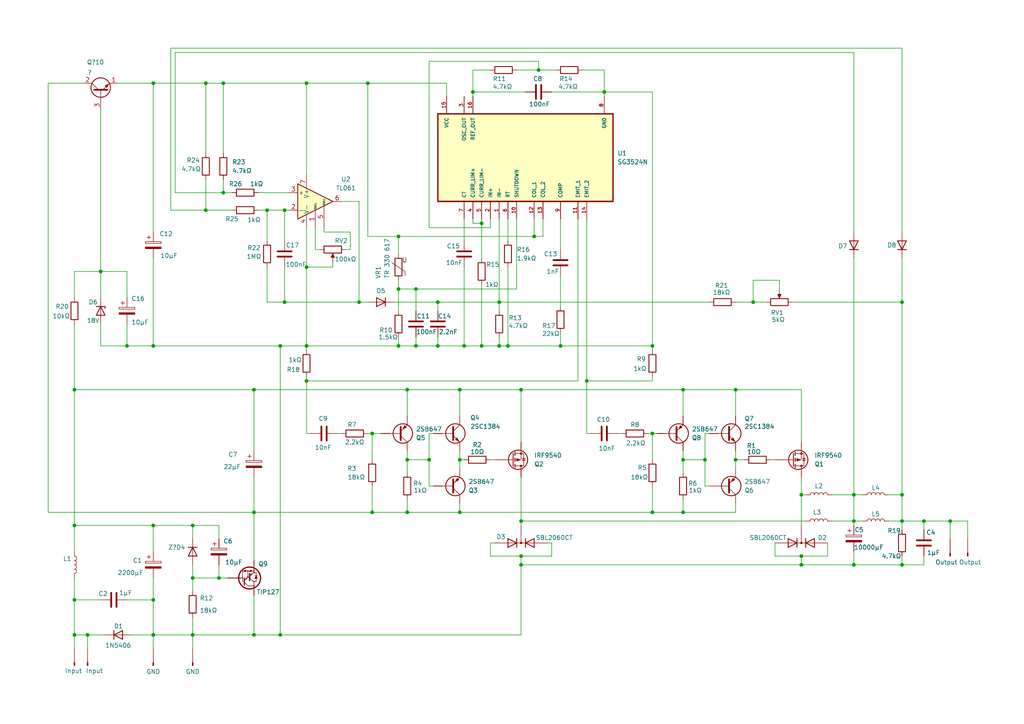
<source format=kicad_sch>
(kicad_sch (version 20250114) (generator "eeschema") (generator_version "9.0")
  (paper "A4")
  (title_block (title "CityCom City-EL DC/DC converter 80501HF") (date "2025-03-02") (rev "1") (company "Filip Zyzniewski"))
  (lib_symbols
    (symbol "Amplifier_Operational:TL061" (pin_names (offset 0.127))
      (property "Reference" "U" (at 0 6.35 0))
      (property "Value" "TL061" (at 0 3.81 0))
      (symbol "TL061_1_1"
        (pin input line (at -7.62 2.54 0) (length 2.54) (name "+") (number "3"))
        (pin input line (at -7.62 -2.54 0) (length 2.54) (name "-") (number "2"))
        (pin power_in line (at -2.54 7.62 270) (length 3.81) (name "V+") (number "7"))
        (pin power_in line (at -2.54 -7.62 90) (length 3.81) (name "V-") (number "4"))
        (pin no_connect line (at 0 2.54 270) (length 2.54) (hide yes) (name "NC") (number "8"))
        (pin input line (at 0 -7.62 90) (length 5.08) (name "NULL") (number "1"))
        (pin input line (at 2.54 -7.62 90) (length 6.35) (name "NULL") (number "5"))
        (pin output line (at 7.62 0 180) (length 2.54) (name "~") (number "6"))
      )
    )
    (symbol "BAV70_1" (pin_numbers (hide yes)) (pin_names (hide yes))
      (property "Reference" "D" (at 0.635 -2.54 0))
      (property "Value" "BAV70" (at 0 2.54 0))
      (symbol "BAV70_1_0_1"
        (pin passive line (at -7.62 0 0) (length 3.81) (name "A") (number "1"))
        (pin passive line (at 0 -5.08 90) (length 2.54) (name "K") (number "3"))
        (pin passive line (at 7.62 0 180) (length 3.81) (name "A") (number "2"))
      )
    )
    (symbol "Conn_01x01_Pin_1" (pin_numbers (hide yes)) (pin_names (offset 1.016) (hide yes))
      (property "Reference" "J" (at 0 2.54 0))
      (property "Value" "Conn_01x01_Pin" (at 0 -2.54 0))
      (symbol "Conn_01x01_Pin_1_1_1"
        (pin passive line (at 5.08 0 180) (length 3.81) (name "Pin_1") (number "1"))
      )
    )
    (symbol "Conn_01x01_Pin_2" (pin_numbers (hide yes)) (pin_names (offset 1.016) (hide yes))
      (property "Reference" "J" (at 0 2.54 0))
      (property "Value" "Conn_01x01_Pin" (at 0 -2.54 0))
      (symbol "Conn_01x01_Pin_2_1_1"
        (pin passive line (at 5.08 0 180) (length 3.81) (name "Pin_1") (number "1"))
      )
    )
    (symbol "Conn_01x01_Pin_3" (pin_numbers (hide yes)) (pin_names (offset 1.016) (hide yes))
      (property "Reference" "J" (at 0 2.54 0))
      (property "Value" "Conn_01x01_Pin" (at 0 -2.54 0))
      (symbol "Conn_01x01_Pin_3_1_1"
        (pin passive line (at 5.08 0 180) (length 3.81) (name "Pin_1") (number "1"))
      )
    )
    (symbol "Conn_01x01_Pin_4" (pin_numbers (hide yes)) (pin_names (offset 1.016) (hide yes))
      (property "Reference" "J" (at 0 2.54 0))
      (property "Value" "Conn_01x01_Pin" (at 0 -2.54 0))
      (symbol "Conn_01x01_Pin_4_1_1"
        (pin passive line (at 5.08 0 180) (length 3.81) (name "Pin_1") (number "1"))
      )
    )
    (symbol "Connector:Conn_01x01_Pin" (pin_numbers (hide yes)) (pin_names (offset 1.016) (hide yes))
      (property "Reference" "J" (at 0 2.54 0))
      (property "Value" "Conn_01x01_Pin" (at 0 -2.54 0))
      (symbol "Conn_01x01_Pin_1_1"
        (pin passive line (at 5.08 0 180) (length 3.81) (name "Pin_1") (number "1"))
      )
    )
    (symbol "Device:C" (pin_numbers (hide yes)) (pin_names (offset 0.254))
      (property "Reference" "C" (at 0.635 2.54 0))
      (property "Value" "C" (at 0.635 -2.54 0))
      (symbol "C_1_1"
        (pin passive line (at 0 3.81 270) (length 2.794) (name "~") (number "1"))
        (pin passive line (at 0 -3.81 90) (length 2.794) (name "~") (number "2"))
      )
    )
    (symbol "Device:C_Polarized" (pin_numbers (hide yes)) (pin_names (offset 0.254))
      (property "Reference" "C" (at 0.635 2.54 0))
      (property "Value" "C_Polarized" (at 0.635 -2.54 0))
      (symbol "C_Polarized_1_1"
        (pin passive line (at 0 3.81 270) (length 2.794) (name "~") (number "1"))
        (pin passive line (at 0 -3.81 90) (length 2.794) (name "~") (number "2"))
      )
    )
    (symbol "Device:D" (pin_numbers (hide yes)) (pin_names (offset 1.016) (hide yes))
      (property "Reference" "D" (at 0 2.54 0))
      (property "Value" "D" (at 0 -2.54 0))
      (symbol "D_1_1"
        (pin passive line (at -3.81 0 0) (length 2.54) (name "K") (number "1"))
        (pin passive line (at 3.81 0 180) (length 2.54) (name "A") (number "2"))
      )
    )
    (symbol "Device:L" (pin_numbers (hide yes)) (pin_names (offset 1.016) (hide yes))
      (property "Reference" "L" (at -1.27 0 90))
      (property "Value" "L" (at 1.905 0 90))
      (symbol "L_1_1"
        (pin passive line (at 0 3.81 270) (length 1.27) (name "1") (number "1"))
        (pin passive line (at 0 -3.81 90) (length 1.27) (name "2") (number "2"))
      )
    )
    (symbol "Device:R" (pin_numbers (hide yes)) (pin_names (offset 0))
      (property "Reference" "R" (at 2.032 0 90))
      (property "Value" "R" (at 0 0 90))
      (symbol "R_1_1"
        (pin passive line (at 0 3.81 270) (length 1.27) (name "~") (number "1"))
        (pin passive line (at 0 -3.81 90) (length 1.27) (name "~") (number "2"))
      )
    )
    (symbol "Device:R_Potentiometer" (pin_numbers (hide yes)) (pin_names (offset 1.016) (hide yes))
      (property "Reference" "RV" (at -4.445 0 90))
      (property "Value" "R_Potentiometer" (at -2.54 0 90))
      (symbol "R_Potentiometer_1_1"
        (pin passive line (at 0 3.81 270) (length 1.27) (name "1") (number "1"))
        (pin passive line (at 0 -3.81 90) (length 1.27) (name "3") (number "3"))
        (pin passive line (at 3.81 0 180) (length 1.27) (name "2") (number "2"))
      )
    )
    (symbol "Device:Varistor" (pin_numbers (hide yes)) (pin_names (offset 0))
      (property "Reference" "RV" (at 3.175 0 90))
      (property "Value" "Varistor" (at -3.175 0 90))
      (symbol "Varistor_0_0"
        (text "U" (at -1.778 -2.032 0) (effects (font (size 1.27 1.27))))
      )
      (symbol "Varistor_1_1"
        (pin passive line (at 0 3.81 270) (length 1.27) (name "~") (number "1"))
        (pin passive line (at 0 -3.81 90) (length 1.27) (name "~") (number "2"))
      )
    )
    (symbol "Diode:1N47xxA" (pin_numbers (hide yes)) (pin_names (hide yes))
      (property "Reference" "D" (at 0 2.54 0))
      (property "Value" "1N47xxA" (at 0 -2.54 0))
      (symbol "1N47xxA_1_1"
        (pin passive line (at -3.81 0 0) (length 2.54) (name "K") (number "1"))
        (pin passive line (at 3.81 0 180) (length 2.54) (name "A") (number "2"))
      )
    )
    (symbol "Diode:1N5406" (pin_numbers (hide yes)) (pin_names (hide yes))
      (property "Reference" "D" (at 0 2.54 0))
      (property "Value" "1N5406" (at 0 -2.54 0))
      (symbol "1N5406_1_1"
        (pin passive line (at -3.81 0 0) (length 2.54) (name "K") (number "1"))
        (pin passive line (at 3.81 0 180) (length 2.54) (name "A") (number "2"))
      )
    )
    (symbol "Diode:BAV70" (pin_numbers (hide yes)) (pin_names (hide yes))
      (property "Reference" "D" (at 0.635 -2.54 0))
      (property "Value" "BAV70" (at 0 2.54 0))
      (symbol "BAV70_0_1"
        (pin passive line (at -7.62 0 0) (length 3.81) (name "A") (number "1"))
        (pin passive line (at 0 -5.08 90) (length 2.54) (name "K") (number "3"))
        (pin passive line (at 7.62 0 180) (length 3.81) (name "A") (number "2"))
      )
    )
    (symbol "IRF9540N_1" (pin_numbers (hide yes)) (pin_names (hide yes))
      (property "Reference" "Q" (at 5.08 1.905 0))
      (property "Value" "IRF9540N" (at 5.08 0 0))
      (symbol "IRF9540N_1_1_1"
        (pin input line (at -5.08 0 0) (length 2.54) (name "G") (number "1"))
        (pin passive line (at 2.54 5.08 270) (length 2.54) (name "D") (number "2"))
        (pin passive line (at 2.54 -5.08 90) (length 2.54) (name "S") (number "3"))
      )
    )
    (symbol "R_Potentiometer_1" (pin_numbers (hide yes)) (pin_names (offset 1.016) (hide yes))
      (property "Reference" "RV" (at -4.445 0 90))
      (property "Value" "R_Potentiometer" (at -2.54 0 90))
      (symbol "R_Potentiometer_1_1_1"
        (pin passive line (at 0 3.81 270) (length 1.27) (name "1") (number "1"))
        (pin passive line (at 0 -3.81 90) (length 1.27) (name "3") (number "3"))
        (pin passive line (at 3.81 0 180) (length 1.27) (name "2") (number "2"))
      )
    )
    (symbol "SG3524N:SG3524N" (pin_names (offset 1.016))
      (property "Reference" "U" (at -12.7 26.4 0))
      (property "Value" "SG3524N" (at -12.7 -29.4 0))
      (symbol "SG3524N_0_0"
        (pin input line (at -17.78 17.78 0) (length 5.08) (name "CT") (number "7"))
        (pin input line (at -17.78 15.24 0) (length 5.08) (name "CURR_LIM+") (number "4"))
        (pin input line (at -17.78 12.7 0) (length 5.08) (name "CURR_LIM-") (number "5"))
        (pin input line (at -17.78 10.16 0) (length 5.08) (name "IN+") (number "2"))
        (pin input line (at -17.78 7.62 0) (length 5.08) (name "IN-") (number "1"))
        (pin input line (at -17.78 5.08 0) (length 5.08) (name "RT") (number "6"))
        (pin input line (at -17.78 2.54 0) (length 5.08) (name "SHUTDOWN") (number "10"))
        (pin bidirectional line (at -17.78 -2.54 0) (length 5.08) (name "COL_1") (number "12"))
        (pin bidirectional line (at -17.78 -5.08 0) (length 5.08) (name "COL_2") (number "13"))
        (pin bidirectional line (at -17.78 -10.16 0) (length 5.08) (name "COMP") (number "9"))
        (pin bidirectional line (at -17.78 -15.24 0) (length 5.08) (name "EMIT_1") (number "11"))
        (pin bidirectional line (at -17.78 -17.78 0) (length 5.08) (name "EMIT_2") (number "14"))
        (pin power_in line (at 17.78 22.86 180) (length 5.08) (name "VCC") (number "15"))
        (pin output line (at 17.78 17.78 180) (length 5.08) (name "OSC_OUT") (number "3"))
        (pin output line (at 17.78 15.24 180) (length 5.08) (name "REF_OUT") (number "16"))
        (pin power_in line (at 17.78 -22.86 180) (length 5.08) (name "GND") (number "8"))
      )
    )
    (symbol "Transistor_BJT:2SA1015" (pin_numbers (hide yes)) (pin_names (offset 0) (hide yes))
      (property "Reference" "Q" (at 5.08 1.905 0))
      (property "Value" "2SA1015" (at 5.08 0 0))
      (symbol "2SA1015_1_1"
        (pin input line (at -5.08 0 0) (length 2.54) (name "B") (number "3"))
        (pin passive line (at 2.54 5.08 270) (length 2.54) (name "C") (number "2"))
        (pin passive line (at 2.54 -5.08 90) (length 2.54) (name "E") (number "1"))
      )
    )
    (symbol "Transistor_BJT:2SC1815" (pin_numbers (hide yes)) (pin_names (offset 0) (hide yes))
      (property "Reference" "Q" (at 5.08 1.905 0))
      (property "Value" "2SC1815" (at 5.08 0 0))
      (symbol "2SC1815_1_1"
        (pin input line (at -5.08 0 0) (length 2.54) (name "B") (number "3"))
        (pin passive line (at 2.54 5.08 270) (length 2.54) (name "C") (number "2"))
        (pin passive line (at 2.54 -5.08 90) (length 2.54) (name "E") (number "1"))
      )
    )
    (symbol "Transistor_BJT:BD135" (pin_names (offset 0) (hide yes))
      (property "Reference" "Q" (at 5.08 1.905 0))
      (property "Value" "BD135" (at 5.08 0 0))
      (symbol "BD135_1_1"
        (pin input line (at -5.08 0 0) (length 2.54) (name "B") (number "3"))
        (pin passive line (at 2.54 5.08 270) (length 2.54) (name "C") (number "2"))
        (pin passive line (at 2.54 -5.08 90) (length 2.54) (name "E") (number "1"))
      )
    )
    (symbol "Transistor_BJT:TIP127" (pin_numbers (hide yes)) (pin_names (offset 0) (hide yes))
      (property "Reference" "Q" (at 5.08 1.905 0))
      (property "Value" "TIP127" (at 5.08 0 0))
      (symbol "TIP127_1_1"
        (pin input line (at -5.08 0 0) (length 3.81) (name "B") (number "1"))
        (pin passive line (at 2.54 5.08 270) (length 2.667) (name "C") (number "2"))
        (pin passive line (at 2.54 -5.08 90) (length 2.54) (name "E") (number "3"))
      )
    )
    (symbol "Transistor_FET:IRF9540N" (pin_numbers (hide yes)) (pin_names (hide yes))
      (property "Reference" "Q" (at 5.08 1.905 0))
      (property "Value" "IRF9540N" (at 5.08 0 0))
      (symbol "IRF9540N_1_1"
        (pin input line (at -5.08 0 0) (length 2.54) (name "G") (number "1"))
        (pin passive line (at 2.54 5.08 270) (length 2.54) (name "D") (number "2"))
        (pin passive line (at 2.54 -5.08 90) (length 2.54) (name "S") (number "3"))
      )
    )
  )
  (junction (at 189.23 100.33))
  (junction (at 151.13 113.03))
  (junction (at 247.65 163.83))
  (junction (at 64.77 24.13))
  (junction (at 127 100.33))
  (junction (at 115.57 83.82))
  (junction (at 144.78 87.63))
  (junction (at 175.26 26.67))
  (junction (at 29.21 78.74))
  (junction (at 232.41 163.83))
  (junction (at 147.32 100.33))
  (junction (at 213.36 113.03))
  (junction (at 107.95 125.73))
  (junction (at 134.62 100.33))
  (junction (at 55.88 184.15))
  (junction (at 44.45 24.13))
  (junction (at 81.28 184.15))
  (junction (at 64.77 55.88))
  (junction (at 232.41 161.29))
  (junction (at 81.28 100.33))
  (junction (at 44.45 173.99))
  (junction (at 21.59 152.4))
  (junction (at 55.88 152.4))
  (junction (at 120.65 100.33))
  (junction (at 104.14 87.63))
  (junction (at 127 87.63))
  (junction (at 73.66 184.15))
  (junction (at 213.36 133.35))
  (junction (at 139.7 100.33))
  (junction (at 88.9 24.13))
  (junction (at 151.13 161.29))
  (junction (at 261.62 143.51))
  (junction (at 88.9 110.49))
  (junction (at 275.59 151.13))
  (junction (at 21.59 113.03))
  (junction (at 115.57 68.58))
  (junction (at 55.88 167.64))
  (junction (at 106.68 24.13))
  (junction (at 170.18 110.49))
  (junction (at 267.97 151.13))
  (junction (at 137.16 26.67))
  (junction (at 247.65 151.13))
  (junction (at 198.12 113.03))
  (junction (at 36.83 100.33))
  (junction (at 82.55 60.96))
  (junction (at 115.57 100.33))
  (junction (at 151.13 151.13))
  (junction (at 124.46 133.35))
  (junction (at 21.59 173.99))
  (junction (at 139.7 64.77))
  (junction (at 144.78 100.33))
  (junction (at 261.62 163.83))
  (junction (at 59.69 24.13))
  (junction (at 156.21 20.32))
  (junction (at 25.4 184.15))
  (junction (at 247.65 143.51))
  (junction (at 59.69 60.96))
  (junction (at 204.47 133.35))
  (junction (at 118.11 113.03))
  (junction (at 198.12 148.59))
  (junction (at 118.11 148.59))
  (junction (at 44.45 152.4))
  (junction (at 118.11 133.35))
  (junction (at 189.23 125.73))
  (junction (at 133.35 133.35))
  (junction (at 73.66 148.59))
  (junction (at 120.65 83.82))
  (junction (at 261.62 151.13))
  (junction (at 82.55 87.63))
  (junction (at 44.45 184.15))
  (junction (at 189.23 148.59))
  (junction (at 107.95 148.59))
  (junction (at 151.13 163.83))
  (junction (at 88.9 77.47))
  (junction (at 154.94 68.58))
  (junction (at 77.47 60.96))
  (junction (at 218.44 87.63))
  (junction (at 133.35 113.03))
  (junction (at 21.59 184.15))
  (junction (at 162.56 100.33))
  (junction (at 44.45 100.33))
  (junction (at 261.62 87.63))
  (junction (at 198.12 133.35))
  (junction (at 88.9 100.33))
  (junction (at 232.41 143.51))
  (junction (at 63.5 167.64))
  (junction (at 133.35 148.59))
  (junction (at 73.66 113.03))
  (wire (pts (xy 44.45 74.93) (xy 44.45 100.33)))
  (wire (pts (xy 229.87 87.63) (xy 261.62 87.63)))
  (wire (pts (xy 275.59 151.13) (xy 280.67 151.13)))
  (wire (pts (xy 134.62 133.35) (xy 133.35 133.35)))
  (wire (pts (xy 74.93 60.96) (xy 77.47 60.96)))
  (wire (pts (xy 127 87.63) (xy 144.78 87.63)))
  (wire (pts (xy 189.23 100.33) (xy 189.23 101.6)))
  (wire (pts (xy 25.4 184.15) (xy 25.4 187.96)))
  (wire (pts (xy 139.7 64.77) (xy 139.7 63.5)))
  (wire (pts (xy 261.62 87.63) (xy 261.62 74.93)))
  (wire (pts (xy 101.6 72.39) (xy 101.6 67.31)))
  (wire (pts (xy 55.88 163.83) (xy 55.88 167.64)))
  (wire (pts (xy 50.8 15.24) (xy 247.65 15.24)))
  (wire (pts (xy 73.66 138.43) (xy 73.66 148.59)))
  (wire (pts (xy 77.47 77.47) (xy 77.47 87.63)))
  (wire (pts (xy 151.13 151.13) (xy 233.68 151.13)))
  (wire (pts (xy 167.64 63.5) (xy 167.64 110.49)))
  (wire (pts (xy 144.78 63.5) (xy 144.78 87.63)))
  (wire (pts (xy 247.65 15.24) (xy 247.65 67.31)))
  (wire (pts (xy 64.77 24.13) (xy 64.77 44.45)))
  (wire (pts (xy 133.35 133.35) (xy 133.35 135.89)))
  (wire (pts (xy 55.88 184.15) (xy 73.66 184.15)))
  (wire (pts (xy 73.66 113.03) (xy 73.66 130.81)))
  (wire (pts (xy 120.65 97.79) (xy 120.65 100.33)))
  (wire (pts (xy 257.81 143.51) (xy 261.62 143.51)))
  (wire (pts (xy 29.21 31.75) (xy 29.21 78.74)))
  (wire (pts (xy 189.23 26.67) (xy 189.23 100.33)))
  (wire (pts (xy 88.9 24.13) (xy 106.68 24.13)))
  (wire (pts (xy 118.11 133.35) (xy 118.11 137.16)))
  (wire (pts (xy 213.36 113.03) (xy 232.41 113.03)))
  (wire (pts (xy 137.16 26.67) (xy 152.4 26.67)))
  (wire (pts (xy 232.41 152.4) (xy 232.41 143.51)))
  (wire (pts (xy 139.7 64.77) (xy 139.7 74.93)))
  (wire (pts (xy 170.18 110.49) (xy 170.18 125.73)))
  (wire (pts (xy 55.88 167.64) (xy 55.88 171.45)))
  (wire (pts (xy 81.28 100.33) (xy 88.9 100.33)))
  (wire (pts (xy 34.29 24.13) (xy 44.45 24.13)))
  (wire (pts (xy 232.41 138.43) (xy 232.41 143.51)))
  (wire (pts (xy 134.62 100.33) (xy 139.7 100.33)))
  (wire (pts (xy 171.45 125.73) (xy 170.18 125.73)))
  (wire (pts (xy 133.35 146.05) (xy 133.35 148.59)))
  (wire (pts (xy 261.62 151.13) (xy 261.62 153.67)))
  (wire (pts (xy 198.12 120.65) (xy 198.12 113.03)))
  (wire (pts (xy 247.65 143.51) (xy 250.19 143.51)))
  (wire (pts (xy 151.13 161.29) (xy 151.13 163.83)))
  (wire (pts (xy 38.1 184.15) (xy 44.45 184.15)))
  (wire (pts (xy 77.47 60.96) (xy 77.47 69.85)))
  (wire (pts (xy 21.59 167.64) (xy 21.59 173.99)))
  (wire (pts (xy 175.26 20.32) (xy 175.26 26.67)))
  (wire (pts (xy 73.66 113.03) (xy 118.11 113.03)))
  (wire (pts (xy 267.97 151.13) (xy 275.59 151.13)))
  (wire (pts (xy 162.56 96.52) (xy 162.56 100.33)))
  (wire (pts (xy 44.45 184.15) (xy 55.88 184.15)))
  (wire (pts (xy 198.12 133.35) (xy 198.12 137.16)))
  (wire (pts (xy 73.66 184.15) (xy 81.28 184.15)))
  (wire (pts (xy 36.83 173.99) (xy 44.45 173.99)))
  (wire (pts (xy 110.49 125.73) (xy 107.95 125.73)))
  (wire (pts (xy 107.95 140.97) (xy 107.95 148.59)))
  (wire (pts (xy 151.13 163.83) (xy 151.13 184.15)))
  (wire (pts (xy 189.23 148.59) (xy 198.12 148.59)))
  (wire (pts (xy 215.9 133.35) (xy 213.36 133.35)))
  (wire (pts (xy 36.83 93.98) (xy 36.83 100.33)))
  (wire (pts (xy 63.5 167.64) (xy 63.5 163.83)))
  (wire (pts (xy 90.17 125.73) (xy 88.9 125.73)))
  (wire (pts (xy 91.44 66.04) (xy 91.44 72.39)))
  (wire (pts (xy 49.53 60.96) (xy 59.69 60.96)))
  (wire (pts (xy 29.21 78.74) (xy 29.21 86.36)))
  (wire (pts (xy 151.13 161.29) (xy 160.02 161.29)))
  (wire (pts (xy 21.59 113.03) (xy 73.66 113.03)))
  (wire (pts (xy 134.62 63.5) (xy 134.62 69.85)))
  (wire (pts (xy 151.13 138.43) (xy 151.13 151.13)))
  (wire (pts (xy 29.21 100.33) (xy 36.83 100.33)))
  (wire (pts (xy 142.24 66.04) (xy 142.24 63.5)))
  (wire (pts (xy 29.21 78.74) (xy 21.59 78.74)))
  (wire (pts (xy 88.9 77.47) (xy 88.9 66.04)))
  (wire (pts (xy 100.33 72.39) (xy 101.6 72.39)))
  (wire (pts (xy 247.65 151.13) (xy 250.19 151.13)))
  (wire (pts (xy 118.11 113.03) (xy 133.35 113.03)))
  (wire (pts (xy 88.9 24.13) (xy 88.9 50.8)))
  (wire (pts (xy 81.28 100.33) (xy 81.28 184.15)))
  (wire (pts (xy 151.13 151.13) (xy 151.13 152.4)))
  (wire (pts (xy 82.55 60.96) (xy 82.55 69.85)))
  (wire (pts (xy 99.06 58.42) (xy 104.14 58.42)))
  (wire (pts (xy 240.03 161.29) (xy 240.03 157.48)))
  (wire (pts (xy 101.6 67.31) (xy 93.98 67.31)))
  (wire (pts (xy 189.23 125.73) (xy 189.23 133.35)))
  (wire (pts (xy 88.9 109.22) (xy 88.9 110.49)))
  (wire (pts (xy 107.95 148.59) (xy 118.11 148.59)))
  (wire (pts (xy 59.69 24.13) (xy 59.69 44.45)))
  (wire (pts (xy 149.86 63.5) (xy 149.86 83.82)))
  (wire (pts (xy 127 97.79) (xy 127 100.33)))
  (wire (pts (xy 55.88 179.07) (xy 55.88 184.15)))
  (wire (pts (xy 241.3 143.51) (xy 247.65 143.51)))
  (wire (pts (xy 107.95 125.73) (xy 107.95 133.35)))
  (wire (pts (xy 13.97 24.13) (xy 13.97 148.59)))
  (wire (pts (xy 64.77 52.07) (xy 64.77 55.88)))
  (wire (pts (xy 115.57 97.79) (xy 115.57 100.33)))
  (wire (pts (xy 88.9 110.49) (xy 88.9 125.73)))
  (wire (pts (xy 21.59 93.98) (xy 21.59 113.03)))
  (wire (pts (xy 144.78 100.33) (xy 147.32 100.33)))
  (wire (pts (xy 162.56 80.01) (xy 162.56 88.9)))
  (wire (pts (xy 59.69 52.07) (xy 59.69 60.96)))
  (wire (pts (xy 267.97 163.83) (xy 267.97 161.29)))
  (wire (pts (xy 59.69 60.96) (xy 67.31 60.96)))
  (wire (pts (xy 13.97 24.13) (xy 24.13 24.13)))
  (wire (pts (xy 73.66 148.59) (xy 107.95 148.59)))
  (wire (pts (xy 149.86 20.32) (xy 156.21 20.32)))
  (wire (pts (xy 55.88 152.4) (xy 63.5 152.4)))
  (wire (pts (xy 125.73 140.97) (xy 124.46 140.97)))
  (wire (pts (xy 21.59 113.03) (xy 21.59 152.4)))
  (wire (pts (xy 82.55 77.47) (xy 82.55 87.63)))
  (wire (pts (xy 55.88 167.64) (xy 63.5 167.64)))
  (wire (pts (xy 224.79 157.48) (xy 224.79 161.29)))
  (wire (pts (xy 44.45 167.64) (xy 44.45 173.99)))
  (wire (pts (xy 106.68 125.73) (xy 107.95 125.73)))
  (wire (pts (xy 21.59 78.74) (xy 21.59 86.36)))
  (wire (pts (xy 137.16 63.5) (xy 137.16 64.77)))
  (wire (pts (xy 170.18 63.5) (xy 170.18 110.49)))
  (wire (pts (xy 124.46 125.73) (xy 124.46 133.35)))
  (wire (pts (xy 118.11 144.78) (xy 118.11 148.59)))
  (wire (pts (xy 147.32 63.5) (xy 147.32 69.85)))
  (wire (pts (xy 157.48 63.5) (xy 157.48 68.58)))
  (wire (pts (xy 154.94 63.5) (xy 154.94 68.58)))
  (wire (pts (xy 179.07 125.73) (xy 180.34 125.73)))
  (wire (pts (xy 44.45 152.4) (xy 44.45 160.02)))
  (wire (pts (xy 257.81 151.13) (xy 261.62 151.13)))
  (wire (pts (xy 142.24 133.35) (xy 143.51 133.35)))
  (wire (pts (xy 36.83 100.33) (xy 44.45 100.33)))
  (wire (pts (xy 88.9 100.33) (xy 115.57 100.33)))
  (wire (pts (xy 175.26 26.67) (xy 189.23 26.67)))
  (wire (pts (xy 218.44 87.63) (xy 222.25 87.63)))
  (wire (pts (xy 213.36 146.05) (xy 213.36 148.59)))
  (wire (pts (xy 261.62 143.51) (xy 261.62 151.13)))
  (wire (pts (xy 151.13 113.03) (xy 198.12 113.03)))
  (wire (pts (xy 13.97 148.59) (xy 73.66 148.59)))
  (wire (pts (xy 142.24 20.32) (xy 137.16 20.32)))
  (wire (pts (xy 134.62 77.47) (xy 134.62 100.33)))
  (wire (pts (xy 73.66 148.59) (xy 73.66 162.56)))
  (wire (pts (xy 115.57 100.33) (xy 120.65 100.33)))
  (wire (pts (xy 204.47 133.35) (xy 204.47 140.97)))
  (wire (pts (xy 189.23 110.49) (xy 189.23 109.22)))
  (wire (pts (xy 49.53 13.97) (xy 49.53 60.96)))
  (wire (pts (xy 115.57 68.58) (xy 115.57 73.66)))
  (wire (pts (xy 63.5 152.4) (xy 63.5 156.21)))
  (wire (pts (xy 226.06 81.28) (xy 226.06 83.82)))
  (wire (pts (xy 156.21 20.32) (xy 161.29 20.32)))
  (wire (pts (xy 137.16 27.94) (xy 137.16 26.67)))
  (wire (pts (xy 96.52 76.2) (xy 96.52 77.47)))
  (wire (pts (xy 160.02 26.67) (xy 175.26 26.67)))
  (wire (pts (xy 36.83 86.36) (xy 36.83 78.74)))
  (wire (pts (xy 168.91 20.32) (xy 175.26 20.32)))
  (wire (pts (xy 21.59 152.4) (xy 21.59 160.02)))
  (wire (pts (xy 218.44 81.28) (xy 218.44 87.63)))
  (wire (pts (xy 120.65 83.82) (xy 120.65 90.17)))
  (wire (pts (xy 118.11 148.59) (xy 133.35 148.59)))
  (wire (pts (xy 81.28 184.15) (xy 151.13 184.15)))
  (wire (pts (xy 151.13 163.83) (xy 232.41 163.83)))
  (wire (pts (xy 261.62 13.97) (xy 261.62 67.31)))
  (wire (pts (xy 204.47 125.73) (xy 205.74 125.73)))
  (wire (pts (xy 55.88 152.4) (xy 55.88 156.21)))
  (wire (pts (xy 142.24 161.29) (xy 151.13 161.29)))
  (wire (pts (xy 44.45 184.15) (xy 44.45 187.96)))
  (wire (pts (xy 133.35 113.03) (xy 151.13 113.03)))
  (wire (pts (xy 224.79 133.35) (xy 223.52 133.35)))
  (wire (pts (xy 261.62 163.83) (xy 261.62 161.29)))
  (wire (pts (xy 137.16 20.32) (xy 137.16 26.67)))
  (wire (pts (xy 106.68 24.13) (xy 129.54 24.13)))
  (wire (pts (xy 247.65 143.51) (xy 247.65 151.13)))
  (wire (pts (xy 74.93 55.88) (xy 83.82 55.88)))
  (wire (pts (xy 144.78 97.79) (xy 144.78 100.33)))
  (wire (pts (xy 106.68 24.13) (xy 106.68 68.58)))
  (wire (pts (xy 21.59 173.99) (xy 29.21 173.99)))
  (wire (pts (xy 104.14 87.63) (xy 82.55 87.63)))
  (wire (pts (xy 115.57 81.28) (xy 115.57 83.82)))
  (wire (pts (xy 147.32 100.33) (xy 162.56 100.33)))
  (wire (pts (xy 261.62 87.63) (xy 261.62 143.51)))
  (wire (pts (xy 232.41 161.29) (xy 232.41 163.83)))
  (wire (pts (xy 232.41 128.27) (xy 232.41 113.03)))
  (wire (pts (xy 29.21 93.98) (xy 29.21 100.33)))
  (wire (pts (xy 156.21 17.78) (xy 124.46 17.78)))
  (wire (pts (xy 204.47 140.97) (xy 205.74 140.97)))
  (wire (pts (xy 232.41 163.83) (xy 247.65 163.83)))
  (wire (pts (xy 213.36 113.03) (xy 213.36 120.65)))
  (wire (pts (xy 224.79 161.29) (xy 232.41 161.29)))
  (wire (pts (xy 139.7 82.55) (xy 139.7 100.33)))
  (wire (pts (xy 97.79 125.73) (xy 99.06 125.73)))
  (wire (pts (xy 198.12 133.35) (xy 198.12 130.81)))
  (wire (pts (xy 120.65 83.82) (xy 149.86 83.82)))
  (wire (pts (xy 44.45 173.99) (xy 44.45 184.15)))
  (wire (pts (xy 160.02 157.48) (xy 158.75 157.48)))
  (wire (pts (xy 59.69 24.13) (xy 64.77 24.13)))
  (wire (pts (xy 162.56 100.33) (xy 189.23 100.33)))
  (wire (pts (xy 133.35 130.81) (xy 133.35 133.35)))
  (wire (pts (xy 267.97 151.13) (xy 267.97 153.67)))
  (wire (pts (xy 213.36 133.35) (xy 213.36 135.89)))
  (wire (pts (xy 77.47 87.63) (xy 82.55 87.63)))
  (wire (pts (xy 93.98 67.31) (xy 93.98 66.04)))
  (wire (pts (xy 213.36 87.63) (xy 218.44 87.63)))
  (wire (pts (xy 247.65 151.13) (xy 247.65 152.4)))
  (wire (pts (xy 151.13 113.03) (xy 151.13 128.27)))
  (wire (pts (xy 118.11 120.65) (xy 118.11 113.03)))
  (wire (pts (xy 154.94 68.58) (xy 115.57 68.58)))
  (wire (pts (xy 118.11 133.35) (xy 118.11 130.81)))
  (wire (pts (xy 175.26 27.94) (xy 175.26 26.67)))
  (wire (pts (xy 204.47 133.35) (xy 198.12 133.35)))
  (wire (pts (xy 124.46 133.35) (xy 124.46 140.97)))
  (wire (pts (xy 104.14 58.42) (xy 104.14 87.63)))
  (wire (pts (xy 275.59 151.13) (xy 275.59 156.21)))
  (wire (pts (xy 88.9 100.33) (xy 88.9 77.47)))
  (wire (pts (xy 160.02 161.29) (xy 160.02 157.48)))
  (wire (pts (xy 21.59 184.15) (xy 25.4 184.15)))
  (wire (pts (xy 55.88 184.15) (xy 55.88 187.96)))
  (wire (pts (xy 143.51 157.48) (xy 142.24 157.48)))
  (wire (pts (xy 115.57 83.82) (xy 115.57 90.17)))
  (wire (pts (xy 106.68 68.58) (xy 115.57 68.58)))
  (wire (pts (xy 64.77 55.88) (xy 67.31 55.88)))
  (wire (pts (xy 64.77 24.13) (xy 88.9 24.13)))
  (wire (pts (xy 247.65 74.93) (xy 247.65 143.51)))
  (wire (pts (xy 261.62 151.13) (xy 267.97 151.13)))
  (wire (pts (xy 261.62 163.83) (xy 267.97 163.83)))
  (wire (pts (xy 142.24 157.48) (xy 142.24 161.29)))
  (wire (pts (xy 21.59 173.99) (xy 21.59 184.15)))
  (wire (pts (xy 82.55 60.96) (xy 83.82 60.96)))
  (wire (pts (xy 129.54 24.13) (xy 129.54 27.94)))
  (wire (pts (xy 50.8 55.88) (xy 50.8 15.24)))
  (wire (pts (xy 247.65 160.02) (xy 247.65 163.83)))
  (wire (pts (xy 104.14 87.63) (xy 106.68 87.63)))
  (wire (pts (xy 170.18 110.49) (xy 189.23 110.49)))
  (wire (pts (xy 44.45 24.13) (xy 59.69 24.13)))
  (wire (pts (xy 25.4 184.15) (xy 30.48 184.15)))
  (wire (pts (xy 133.35 148.59) (xy 189.23 148.59)))
  (wire (pts (xy 232.41 143.51) (xy 233.68 143.51)))
  (wire (pts (xy 139.7 100.33) (xy 144.78 100.33)))
  (wire (pts (xy 147.32 77.47) (xy 147.32 100.33)))
  (wire (pts (xy 124.46 66.04) (xy 142.24 66.04)))
  (wire (pts (xy 133.35 113.03) (xy 133.35 120.65)))
  (wire (pts (xy 190.5 125.73) (xy 189.23 125.73)))
  (wire (pts (xy 21.59 184.15) (xy 21.59 187.96)))
  (wire (pts (xy 157.48 68.58) (xy 154.94 68.58)))
  (wire (pts (xy 88.9 100.33) (xy 88.9 101.6)))
  (wire (pts (xy 120.65 100.33) (xy 127 100.33)))
  (wire (pts (xy 127 87.63) (xy 127 90.17)))
  (wire (pts (xy 198.12 148.59) (xy 213.36 148.59)))
  (wire (pts (xy 88.9 110.49) (xy 167.64 110.49)))
  (wire (pts (xy 63.5 167.64) (xy 66.04 167.64)))
  (wire (pts (xy 21.59 152.4) (xy 44.45 152.4)))
  (wire (pts (xy 115.57 83.82) (xy 120.65 83.82)))
  (wire (pts (xy 198.12 144.78) (xy 198.12 148.59)))
  (wire (pts (xy 127 100.33) (xy 134.62 100.33)))
  (wire (pts (xy 162.56 63.5) (xy 162.56 72.39)))
  (wire (pts (xy 77.47 60.96) (xy 82.55 60.96)))
  (wire (pts (xy 226.06 81.28) (xy 218.44 81.28)))
  (wire (pts (xy 240.03 161.29) (xy 232.41 161.29)))
  (wire (pts (xy 187.96 125.73) (xy 189.23 125.73)))
  (wire (pts (xy 73.66 172.72) (xy 73.66 184.15)))
  (wire (pts (xy 280.67 156.21) (xy 280.67 151.13)))
  (wire (pts (xy 44.45 152.4) (xy 55.88 152.4)))
  (wire (pts (xy 144.78 87.63) (xy 144.78 90.17)))
  (wire (pts (xy 29.21 78.74) (xy 36.83 78.74)))
  (wire (pts (xy 247.65 163.83) (xy 261.62 163.83)))
  (wire (pts (xy 198.12 113.03) (xy 213.36 113.03)))
  (wire (pts (xy 88.9 77.47) (xy 96.52 77.47)))
  (wire (pts (xy 124.46 17.78) (xy 124.46 66.04)))
  (wire (pts (xy 44.45 24.13) (xy 44.45 67.31)))
  (wire (pts (xy 144.78 87.63) (xy 205.74 87.63)))
  (wire (pts (xy 91.44 72.39) (xy 92.71 72.39)))
  (wire (pts (xy 44.45 100.33) (xy 81.28 100.33)))
  (wire (pts (xy 156.21 20.32) (xy 156.21 17.78)))
  (wire (pts (xy 189.23 140.97) (xy 189.23 148.59)))
  (wire (pts (xy 204.47 125.73) (xy 204.47 133.35)))
  (wire (pts (xy 213.36 130.81) (xy 213.36 133.35)))
  (wire (pts (xy 49.53 13.97) (xy 261.62 13.97)))
  (wire (pts (xy 124.46 125.73) (xy 125.73 125.73)))
  (wire (pts (xy 114.3 87.63) (xy 127 87.63)))
  (wire (pts (xy 241.3 151.13) (xy 247.65 151.13)))
  (wire (pts (xy 124.46 133.35) (xy 118.11 133.35)))
  (wire (pts (xy 137.16 64.77) (xy 139.7 64.77)))
  (wire (pts (xy 64.77 55.88) (xy 50.8 55.88)))
  (symbol (lib_id "Device:R_Potentiometer") (at 226.06 87.63 90) (unit 1)
    (property "Reference" "RV1" (at 223.52 90.678 90) (effects (justify right)))
    (property "Value" "5kΩ" (at 223.774 92.71 90) (effects (justify right)))
    (property "Description" "Potentiometer" (effects (hide yes)))
  )
  (symbol (lib_id "Device:C_Polarized") (at 63.5 160.02 0) (unit 1)
    (property "Reference" "C6" (at 64.77 156.972 0) (effects (justify left)))
    (property "Value" "10µF" (at 65.278 163.068 0) (effects (justify left)))
    (property "Description" "Polarized capacitor" (effects (hide yes)))
  )
  (symbol (lib_id "Device:D") (at 247.65 71.12 90) (unit 1)
    (property "Reference" "D7" (at 243.078 71.374 90) (effects (justify right)))
    (property "Value" "D" (effects (hide yes)))
    (property "Description" "Diode" (effects (hide yes)))
    (property "Sim.Device" "D" (effects (hide yes)))
    (property "Sim.Pins" "1=K 2=A" (effects (hide yes)))
  )
  (symbol (lib_id "Device:L") (at 21.59 163.83 0) (unit 1)
    (property "Reference" "L1" (at 18.288 162.052 0) (effects (justify left)))
    (property "Value" "L" (effects (hide yes)))
    (property "Description" "Inductor" (effects (hide yes)))
  )
  (symbol (lib_id "Device:R") (at 115.57 93.98 0) (unit 1)
    (property "Reference" "R10" (at 109.982 95.758 0) (effects (justify left)))
    (property "Value" "1.5kΩ" (at 109.728 97.79 0) (effects (justify left)))
    (property "Description" "Resistor" (effects (hide yes)))
  )
  (symbol (lib_id "Transistor_BJT:2SA1015") (at 115.57 125.73 0) (mirror x) (unit 1)
    (property "Reference" "Q5" (at 120.65 127.0001 0) (effects (justify left)))
    (property "Value" "2SB647" (at 120.65 124.4601 0) (effects (justify left)))
    (property "Footprint" "Package_TO_SOT_THT:TO-92_Inline" (effects (hide yes)))
    (property "Datasheet" "http://www.datasheetcatalog.org/datasheet/toshiba/905.pdf" (effects (hide yes)))
    (property "Description" "-0.15A Ic, -50V Vce, Low Noise Audio PNP Transistor, TO-92" (effects (hide yes)))
  )
  (symbol (lib_id "Device:R") (at 198.12 140.97 0) (unit 1)
    (property "Reference" "R6" (at 200.914 140.208 0))
    (property "Value" "1kΩ" (at 201.676 142.24 0))
    (property "Description" "Resistor" (effects (hide yes)))
  )
  (symbol (lib_name "Conn_01x01_Pin_4") (lib_id "Connector:Conn_01x01_Pin") (at 280.67 161.29 90) (unit 1)
    (property "Reference" "J6" (effects (hide yes)))
    (property "Value" "Output" (at 278.13 163.068 90) (effects (justify right)))
    (property "Description" "Generic connector, single row, 01x01, script generated" (effects (hide yes)))
  )
  (symbol (lib_id "Device:R") (at 139.7 78.74 0) (unit 1)
    (property "Reference" "R15" (at 140.97 76.708 0) (effects (justify left)))
    (property "Value" "1kΩ" (at 140.716 82.55 0) (effects (justify left)))
    (property "Description" "Resistor" (effects (hide yes)))
  )
  (symbol (lib_id "Device:R") (at 71.12 60.96 270) (unit 1)
    (property "Reference" "R25" (at 67.31 63.5 90))
    (property "Value" "1kΩ" (at 73.66 63.754 90))
    (property "Description" "Resistor" (effects (hide yes)))
  )
  (symbol (lib_id "Device:R") (at 55.88 175.26 0) (unit 1)
    (property "Reference" "R12" (at 57.912 173.482 0) (effects (justify left)))
    (property "Value" "18kΩ" (at 57.912 177.038 0) (effects (justify left)))
    (property "Description" "Resistor" (effects (hide yes)))
  )
  (symbol (lib_id "Device:C_Polarized") (at 247.65 156.21 0) (unit 1)
    (property "Reference" "C5" (at 249.174 153.67 0))
    (property "Value" "10000µF" (at 251.968 158.75 0))
    (property "Description" "Polarized capacitor" (effects (hide yes)))
  )
  (symbol (lib_id "Device:R") (at 71.12 55.88 90) (unit 1)
    (property "Reference" "R26" (at 68.326 53.34 90))
    (property "Value" "1kΩ" (at 74.422 53.34 90))
    (property "Description" "Resistor" (effects (hide yes)))
  )
  (symbol (lib_id "Device:R") (at 261.62 157.48 180) (unit 1)
    (property "Reference" "R19" (at 259.334 153.924 0))
    (property "Value" "4.7kΩ" (at 258.572 161.29 0))
    (property "Description" "Resistor" (effects (hide yes)))
  )
  (symbol (lib_id "Device:R") (at 189.23 137.16 180) (unit 1)
    (property "Reference" "R5" (at 184.912 135.636 0) (effects (justify right)))
    (property "Value" "18kΩ" (at 182.88 138.43 0) (effects (justify right)))
    (property "Description" "Resistor" (effects (hide yes)))
  )
  (symbol (lib_name "Conn_01x01_Pin_3") (lib_id "Connector:Conn_01x01_Pin") (at 44.45 193.04 90) (unit 1)
    (property "Reference" "J4" (effects (hide yes)))
    (property "Value" "GND" (at 42.418 194.818 90) (effects (justify right)))
    (property "Description" "Generic connector, single row, 01x01, script generated" (effects (hide yes)))
  )
  (symbol (lib_id "Device:R") (at 209.55 87.63 90) (unit 1)
    (property "Reference" "R21" (at 209.296 82.804 90))
    (property "Value" "18kΩ" (at 209.296 84.836 90))
    (property "Description" "Resistor" (effects (hide yes)))
  )
  (symbol (lib_id "Device:R") (at 59.69 48.26 180) (unit 1)
    (property "Reference" "R24" (at 54.102 46.482 0) (effects (justify right)))
    (property "Value" "4.7kΩ" (at 52.578 49.022 0) (effects (justify right)))
    (property "Description" "Resistor" (effects (hide yes)))
  )
  (symbol (lib_name "BAV70_1") (lib_id "Diode:BAV70") (at 232.41 157.48 0) (mirror x) (unit 1)
    (property "Reference" "D2" (at 238.506 155.956 0))
    (property "Value" "SBL2060CT" (at 222.758 155.956 0))
    (property "Footprint" "Package_TO_SOT_SMD:SOT-23" (effects (hide yes)))
    (property "Datasheet" "https://assets.nexperia.com/documents/data-sheet/BAV70_SER.pdf" (effects (hide yes)))
    (property "Description" "Dual 100V 215mA high-speed switching diodes, common cathode, SOT-23" (effects (hide yes)))
  )
  (symbol (lib_id "Amplifier_Operational:TL061") (at 91.44 58.42 0) (unit 1)
    (property "Reference" "U2" (at 100.33 51.9998 0))
    (property "Value" "TL061" (at 100.33 54.5398 0))
    (property "Datasheet" "http://www.ti.com/lit/ds/symlink/tl061.pdf" (effects (hide yes)))
    (property "Description" "Single Low-Power JFET-Input Operational Amplifiers, DIP-8/SOIC-8" (effects (hide yes)))
  )
  (symbol (lib_id "Device:C") (at 120.65 93.98 180) (unit 1)
    (property "Reference" "C11" (at 124.714 91.694 0) (effects (justify left)))
    (property "Value" "100nF" (at 126.746 96.266 0) (effects (justify left)))
    (property "Description" "Unpolarized capacitor" (effects (hide yes)))
  )
  (symbol (lib_id "Transistor_BJT:2SA1015") (at 130.81 140.97 0) (mirror x) (unit 1)
    (property "Reference" "Q3" (at 135.89 142.2401 0) (effects (justify left)))
    (property "Value" "2SB647" (at 135.89 139.7001 0) (effects (justify left)))
    (property "Footprint" "Package_TO_SOT_THT:TO-92_Inline" (effects (hide yes)))
    (property "Datasheet" "http://www.datasheetcatalog.org/datasheet/toshiba/905.pdf" (effects (hide yes)))
    (property "Description" "-0.15A Ic, -50V Vce, Low Noise Audio PNP Transistor, TO-92" (effects (hide yes)))
  )
  (symbol (lib_id "Device:R") (at 102.87 125.73 270) (mirror x) (unit 1)
    (property "Reference" "R7" (at 102.108 123.19 90))
    (property "Value" "2.2kΩ" (at 102.87 128.27 90))
    (property "Description" "Resistor" (effects (hide yes)))
  )
  (symbol (lib_id "Device:R") (at 64.77 48.26 0) (unit 1)
    (property "Reference" "R23" (at 67.31 46.9899 0) (effects (justify left)))
    (property "Value" "4.7kΩ" (at 67.31 49.5299 0) (effects (justify left)))
    (property "Description" "Resistor" (effects (hide yes)))
  )
  (symbol (lib_id "Device:C_Polarized") (at 36.83 90.17 0) (unit 1)
    (property "Reference" "C16" (at 38.1 86.614 0) (effects (justify left)))
    (property "Value" "10µF" (at 38.1 93.472 0) (effects (justify left)))
    (property "Description" "Polarized capacitor" (effects (hide yes)))
  )
  (symbol (lib_id "Device:C_Polarized") (at 44.45 71.12 0) (unit 1)
    (property "Reference" "C12" (at 46.228 67.818 0) (effects (justify left)))
    (property "Value" "10µF" (at 46.482 74.168 0) (effects (justify left)))
    (property "Description" "Polarized capacitor" (effects (hide yes)))
  )
  (symbol (lib_id "Device:C") (at 175.26 125.73 270) (mirror x) (unit 1)
    (property "Reference" "C10" (at 175.006 121.666 90))
    (property "Value" "10nF" (at 176.022 130.048 90))
    (property "Description" "Unpolarized capacitor" (effects (hide yes)))
  )
  (symbol (lib_id "Transistor_BJT:2SA1015") (at 210.82 140.97 0) (mirror x) (unit 1)
    (property "Reference" "Q6" (at 215.9 142.2401 0) (effects (justify left)))
    (property "Value" "2SB647" (at 215.9 139.7001 0) (effects (justify left)))
    (property "Footprint" "Package_TO_SOT_THT:TO-92_Inline" (effects (hide yes)))
    (property "Datasheet" "http://www.datasheetcatalog.org/datasheet/toshiba/905.pdf" (effects (hide yes)))
    (property "Description" "-0.15A Ic, -50V Vce, Low Noise Audio PNP Transistor, TO-92" (effects (hide yes)))
  )
  (symbol (lib_id "Device:C_Polarized") (at 73.66 134.62 0) (unit 1)
    (property "Reference" "C7" (at 67.564 131.826 0))
    (property "Value" "22µF" (at 67.31 135.382 0))
    (property "Description" "Polarized capacitor" (effects (hide yes)))
  )
  (symbol (lib_id "Transistor_BJT:2SC1815") (at 130.81 125.73 0) (unit 1)
    (property "Reference" "Q4" (at 136.398 121.158 0) (effects (justify left)))
    (property "Value" "2SC1384" (at 136.398 123.698 0) (effects (justify left)))
    (property "Footprint" "Package_TO_SOT_THT:TO-92_Inline" (effects (hide yes)))
    (property "Datasheet" "https://media.digikey.com/pdf/Data%20Sheets/Toshiba%20PDFs/2SC1815.pdf" (effects (hide yes)))
    (property "Description" "0.15A Ic, 50V Vce, Low Noise Audio NPN Transistor, TO-92" (effects (hide yes)))
  )
  (symbol (lib_id "Diode:BAV70") (at 151.13 157.48 0) (mirror x) (unit 1)
    (property "Reference" "D3" (at 145.288 155.702 0))
    (property "Value" "SBL2060CT" (at 160.782 155.956 0))
    (property "Footprint" "Package_TO_SOT_SMD:SOT-23" (effects (hide yes)))
    (property "Datasheet" "https://assets.nexperia.com/documents/data-sheet/BAV70_SER.pdf" (effects (hide yes)))
    (property "Description" "Dual 100V 215mA high-speed switching diodes, common cathode, SOT-23" (effects (hide yes)))
  )
  (symbol (lib_id "Device:R") (at 138.43 133.35 270) (mirror x) (unit 1)
    (property "Reference" "R2" (at 138.43 129.032 90))
    (property "Value" "10Ω" (at 138.43 131.064 90))
    (property "Description" "Resistor" (effects (hide yes)))
  )
  (symbol (lib_id "Device:C") (at 82.55 73.66 180) (unit 1)
    (property "Reference" "C17" (at 84.836 71.12 0))
    (property "Value" "100nF" (at 85.852 76.708 0))
    (property "Description" "Unpolarized capacitor" (effects (hide yes)))
  )
  (symbol (lib_id "Device:L") (at 254 151.13 90) (unit 1)
    (property "Reference" "L5" (at 254 149.098 90))
    (property "Value" "L" (effects (hide yes)))
    (property "Description" "Inductor" (effects (hide yes)))
  )
  (symbol (lib_id "Device:R") (at 144.78 93.98 180) (unit 1)
    (property "Reference" "R13" (at 151.384 92.202 0) (effects (justify left)))
    (property "Value" "4.7kΩ" (at 153.162 94.488 0) (effects (justify left)))
    (property "Description" "Resistor" (effects (hide yes)))
  )
  (symbol (lib_name "R_Potentiometer_1") (lib_id "Device:R_Potentiometer") (at 96.52 72.39 270) (unit 1)
    (property "Reference" "RV2" (at 100.838 69.85 90) (effects (justify right)))
    (property "Value" "100kΩ" (at 103.378 75.184 90) (effects (justify right)))
    (property "Description" "Potentiometer" (effects (hide yes)))
  )
  (symbol (lib_id "Device:C") (at 127 93.98 0) (unit 1)
    (property "Reference" "C14" (at 127 91.694 0) (effects (justify left)))
    (property "Value" "2.2nF" (at 127.254 96.266 0) (effects (justify left)))
    (property "Description" "Unpolarized capacitor" (effects (hide yes)))
  )
  (symbol (lib_id "Device:C_Polarized") (at 44.45 163.83 0) (unit 1)
    (property "Reference" "C1" (at 39.878 162.56 0))
    (property "Value" "2200µF" (at 37.846 166.116 0))
    (property "Description" "Polarized capacitor" (effects (hide yes)))
  )
  (symbol (lib_id "Device:R") (at 77.47 73.66 180) (unit 1)
    (property "Reference" "R22" (at 73.66 71.882 0))
    (property "Value" "1MΩ" (at 73.66 74.422 0))
    (property "Description" "Resistor" (effects (hide yes)))
  )
  (symbol (lib_id "Device:R") (at 184.15 125.73 270) (mirror x) (unit 1)
    (property "Reference" "R8" (at 184.15 123.19 90))
    (property "Value" "2.2kΩ" (at 184.404 128.524 90))
    (property "Description" "Resistor" (effects (hide yes)))
  )
  (symbol (lib_id "Device:R") (at 162.56 92.71 0) (unit 1)
    (property "Reference" "R17" (at 157.226 94.488 0) (effects (justify left)))
    (property "Value" "22kΩ" (at 157.226 96.774 0) (effects (justify left)))
    (property "Description" "Resistor" (effects (hide yes)))
  )
  (symbol (lib_id "Connector:Conn_01x01_Pin") (at 25.4 193.04 90) (unit 1)
    (property "Reference" "J2" (effects (hide yes)))
    (property "Value" "Input" (at 24.892 194.564 90) (effects (justify right)))
    (property "Description" "Generic connector, single row, 01x01, script generated" (effects (hide yes)))
  )
  (symbol (lib_id "Device:L") (at 237.49 143.51 90) (unit 1)
    (property "Reference" "L2" (at 237.49 140.97 90))
    (property "Value" "L" (effects (hide yes)))
    (property "Description" "Inductor" (effects (hide yes)))
  )
  (symbol (lib_id "Device:R") (at 146.05 20.32 90) (unit 1)
    (property "Reference" "R11" (at 146.812 22.86 90) (effects (justify left)))
    (property "Value" "4.7kΩ" (at 148.59 25.146 90) (effects (justify left)))
    (property "Description" "Resistor" (effects (hide yes)))
  )
  (symbol (lib_id "Device:R") (at 219.71 133.35 270) (unit 1)
    (property "Reference" "R1" (at 217.932 129.286 90))
    (property "Value" "10Ω" (at 218.694 131.064 90))
    (property "Description" "Resistor" (effects (hide yes)))
  )
  (symbol (lib_id "Device:C") (at 33.02 173.99 270) (unit 1)
    (property "Reference" "C2" (at 31.242 172.212 90) (effects (justify right)))
    (property "Value" "1µF" (at 38.354 171.958 90) (effects (justify right)))
    (property "Description" "Unpolarized capacitor" (effects (hide yes)))
  )
  (symbol (lib_id "Device:L") (at 254 143.51 90) (unit 1)
    (property "Reference" "L4" (at 254 141.478 90))
    (property "Value" "L" (effects (hide yes)))
    (property "Description" "Inductor" (effects (hide yes)))
  )
  (symbol (lib_id "SG3524N:SG3524N") (at 152.4 45.72 90) (unit 1)
    (property "Reference" "U1" (at 179.07 44.4499 90) (effects (justify right)))
    (property "Value" "SG3524N" (at 179.07 46.9899 90) (effects (justify right)))
    (property "Footprint" "SG3524N:DIP794W45P254L1969H508Q16" (effects (hide yes)))
  )
  (symbol (lib_id "Diode:1N5406") (at 34.29 184.15 0) (unit 1)
    (property "Reference" "D1" (at 33.0199 181.61 0) (effects (justify left)))
    (property "Value" "1N5406" (at 30.48 187.198 0) (effects (justify left)))
    (property "Footprint" "Diode_THT:D_DO-201AD_P15.24mm_Horizontal" (effects (hide yes)))
    (property "Datasheet" "http://www.vishay.com/docs/88516/1n5400.pdf" (effects (hide yes)))
    (property "Description" "600V 3A General Purpose Rectifier Diode, DO-201AD" (effects (hide yes)))
    (property "Sim.Device" "D" (effects (hide yes)))
    (property "Sim.Pins" "1=K 2=A" (effects (hide yes)))
  )
  (symbol (lib_name "Conn_01x01_Pin_1") (lib_id "Connector:Conn_01x01_Pin") (at 21.59 193.04 90) (unit 1)
    (property "Reference" "J1" (effects (hide yes)))
    (property "Value" "Input" (at 18.796 194.564 90) (effects (justify right)))
    (property "Description" "Generic connector, single row, 01x01, script generated" (effects (hide yes)))
  )
  (symbol (lib_name "Conn_01x01_Pin_2") (lib_id "Connector:Conn_01x01_Pin") (at 55.88 193.04 90) (unit 1)
    (property "Reference" "J3" (effects (hide yes)))
    (property "Value" "GND" (at 53.848 194.818 90) (effects (justify right)))
    (property "Description" "Generic connector, single row, 01x01, script generated" (effects (hide yes)))
  )
  (symbol (lib_id "Device:C") (at 162.56 76.2 0) (unit 1)
    (property "Reference" "C13" (at 157.734 73.66 0) (effects (justify left)))
    (property "Value" "1nF" (at 158.496 78.74 0) (effects (justify left)))
    (property "Description" "Unpolarized capacitor" (effects (hide yes)))
  )
  (symbol (lib_id "Transistor_BJT:TIP127") (at 71.12 167.64 0) (mirror x) (unit 1)
    (property "Reference" "Q9" (at 74.93 163.576 0) (effects (justify left)))
    (property "Value" "TIP127" (at 74.422 171.704 0) (effects (justify left)))
    (property "Footprint" "Package_TO_SOT_THT:TO-220-3_Vertical" (effects (hide yes)))
    (property "Datasheet" "https://www.onsemi.com/pub/Collateral/TIP120-D.PDF" (effects (hide yes)))
    (property "Description" "5A Ic, 100V Vce, Silicon Darlington Power PNP Transistor, TO-220" (effects (hide yes)))
  )
  (symbol (lib_id "Device:Varistor") (at 115.57 77.47 180) (unit 1)
    (property "Reference" "VR1" (at 109.728 78.994 90))
    (property "Value" "TR 330 617" (at 112.268 74.93 90))
    (property "Description" "Voltage dependent resistor" (effects (hide yes)))
    (property "Sim.Name" "kicad_builtin_varistor" (effects (hide yes)))
    (property "Sim.Device" "SUBCKT" (effects (hide yes)))
    (property "Sim.Pins" "1=A 2=B" (effects (hide yes)))
    (property "Sim.Params" "threshold=1k" (effects (hide yes)))
    (property "Sim.Library" "${KICAD7_SYMBOL_DIR}/Simulation_SPICE.sp" (effects (hide yes)))
  )
  (symbol (lib_id "Device:C") (at 134.62 73.66 0) (unit 1)
    (property "Reference" "C15" (at 129.54 71.374 0) (effects (justify left)))
    (property "Value" "10nF" (at 129.286 76.2 0) (effects (justify left)))
    (property "Description" "Unpolarized capacitor" (effects (hide yes)))
  )
  (symbol (lib_id "Transistor_BJT:BD135") (at 29.21 26.67 90) (unit 1)
    (property "Reference" "Q?10" (at 30.226 18.034 90) (effects (justify left)))
    (property "Value" "?" (at 26.67 21.082 90) (effects (justify left)))
    (property "Footprint" "Package_TO_SOT_THT:TO-126-3_Vertical" (effects (hide yes)))
    (property "Datasheet" "http://www.st.com/internet/com/TECHNICAL_RESOURCES/TECHNICAL_LITERATURE/DATASHEET/CD00001225.pdf" (effects (hide yes)))
    (property "Description" "1.5A Ic, 45V Vce, Low Voltage Transistor, TO-126" (effects (hide yes)))
  )
  (symbol (lib_id "Device:R") (at 118.11 140.97 0) (unit 1)
    (property "Reference" "R4" (at 121.158 140.208 0))
    (property "Value" "1kΩ" (at 121.92 142.24 0))
    (property "Description" "Resistor" (effects (hide yes)))
  )
  (symbol (lib_id "Device:D") (at 55.88 160.02 270) (unit 1)
    (property "Reference" "Z?D4" (at 48.768 158.75 90) (effects (justify left)))
    (property "Value" "D" (effects (hide yes)))
    (property "Description" "Diode" (effects (hide yes)))
    (property "Sim.Device" "D" (effects (hide yes)))
    (property "Sim.Pins" "1=K 2=A" (effects (hide yes)))
  )
  (symbol (lib_id "Device:R") (at 147.32 73.66 0) (unit 1)
    (property "Reference" "R16" (at 149.86 72.3899 0) (effects (justify left)))
    (property "Value" "1.9kΩ" (at 149.86 74.9299 0) (effects (justify left)))
    (property "Description" "Resistor" (effects (hide yes)))
  )
  (symbol (lib_id "Transistor_BJT:2SA1015") (at 195.58 125.73 0) (mirror x) (unit 1)
    (property "Reference" "Q8" (at 200.66 127.0001 0) (effects (justify left)))
    (property "Value" "2SB647" (at 200.66 124.4601 0) (effects (justify left)))
    (property "Footprint" "Package_TO_SOT_THT:TO-92_Inline" (effects (hide yes)))
    (property "Datasheet" "http://www.datasheetcatalog.org/datasheet/toshiba/905.pdf" (effects (hide yes)))
    (property "Description" "-0.15A Ic, -50V Vce, Low Noise Audio PNP Transistor, TO-92" (effects (hide yes)))
  )
  (symbol (lib_id "Device:C") (at 93.98 125.73 270) (mirror x) (unit 1)
    (property "Reference" "C9" (at 93.726 121.412 90))
    (property "Value" "10nF" (at 93.726 129.794 90))
    (property "Description" "Unpolarized capacitor" (effects (hide yes)))
  )
  (symbol (lib_id "Diode:1N47xxA") (at 29.21 90.17 270) (unit 1)
    (property "Reference" "D6" (at 25.654 87.63 90) (effects (justify left)))
    (property "Value" "18V" (at 25.146 92.964 90) (effects (justify left)))
    (property "Footprint" "Diode_THT:D_DO-41_SOD81_P10.16mm_Horizontal" (effects (hide yes)))
    (property "Datasheet" "https://www.vishay.com/docs/85816/1n4728a.pdf" (effects (hide yes)))
    (property "Description" "1300mW Silicon planar power Zener diodes, DO-41" (effects (hide yes)))
  )
  (symbol (lib_id "Device:D") (at 110.49 87.63 180) (unit 1)
    (property "Reference" "D5" (at 110.49 84.328 0))
    (property "Value" "D" (effects (hide yes)))
    (property "Description" "Diode" (effects (hide yes)))
    (property "Sim.Device" "D" (effects (hide yes)))
    (property "Sim.Pins" "1=K 2=A" (effects (hide yes)))
  )
  (symbol (lib_id "Device:R") (at 88.9 105.41 180) (unit 1)
    (property "Reference" "R18" (at 85.09 107.188 0))
    (property "Value" "1kΩ" (at 85.598 104.394 0))
    (property "Description" "Resistor" (effects (hide yes)))
  )
  (symbol (lib_name "Conn_01x01_Pin_1") (lib_id "Connector:Conn_01x01_Pin") (at 275.59 161.29 90) (unit 1)
    (property "Reference" "J5" (effects (hide yes)))
    (property "Value" "Output" (at 271.272 163.068 90) (effects (justify right)))
    (property "Description" "Generic connector, single row, 01x01, script generated" (effects (hide yes)))
  )
  (symbol (lib_name "IRF9540N_1") (lib_id "Transistor_FET:IRF9540N") (at 229.87 133.35 0) (mirror x) (unit 1)
    (property "Reference" "Q1" (at 236.22 134.6201 0) (effects (justify left)))
    (property "Value" "IRF9540" (at 236.22 132.0801 0) (effects (justify left)))
    (property "Footprint" "Package_TO_SOT_THT:TO-220-3_Vertical" (effects (hide yes)))
    (property "Datasheet" "http://www.irf.com/product-info/datasheets/data/irf9540n.pdf" (effects (hide yes)))
    (property "Description" "-23A Id, -100V Vds, 117mOhm Rds, P-Channel HEXFET Power MOSFET, TO-220" (effects (hide yes)))
  )
  (symbol (lib_id "Device:C") (at 267.97 157.48 180) (unit 1)
    (property "Reference" "C4" (at 270.002 154.432 0))
    (property "Value" "1µF" (at 270.764 160.274 0))
    (property "Description" "Unpolarized capacitor" (effects (hide yes)))
  )
  (symbol (lib_id "Device:R") (at 165.1 20.32 90) (unit 1)
    (property "Reference" "R14" (at 166.116 22.86 90) (effects (justify left)))
    (property "Value" "4.7kΩ" (at 167.64 25.146 90) (effects (justify left)))
    (property "Description" "Resistor" (effects (hide yes)))
  )
  (symbol (lib_id "Device:R") (at 189.23 105.41 0) (unit 1)
    (property "Reference" "R9" (at 184.658 104.14 0) (effects (justify left)))
    (property "Value" "1kΩ" (at 183.642 106.934 0) (effects (justify left)))
    (property "Description" "Resistor" (effects (hide yes)))
  )
  (symbol (lib_id "Device:C") (at 156.21 26.67 90) (unit 1)
    (property "Reference" "C8" (at 155.956 22.86 90))
    (property "Value" "100nF" (at 156.464 30.226 90))
    (property "Description" "Unpolarized capacitor" (effects (hide yes)))
  )
  (symbol (lib_id "Device:R") (at 21.59 90.17 0) (unit 1)
    (property "Reference" "R20" (at 18.034 88.9 0))
    (property "Value" "10kΩ" (at 17.78 91.694 0))
    (property "Description" "Resistor" (effects (hide yes)))
  )
  (symbol (lib_id "Device:L") (at 237.49 151.13 90) (unit 1)
    (property "Reference" "L3" (at 236.982 148.59 90))
    (property "Value" "L" (effects (hide yes)))
    (property "Description" "Inductor" (effects (hide yes)))
  )
  (symbol (lib_id "Device:R") (at 107.95 137.16 180) (unit 1)
    (property "Reference" "R3" (at 103.378 135.89 0) (effects (justify left)))
    (property "Value" "18kΩ" (at 105.918 138.43 0) (effects (justify left)))
    (property "Description" "Resistor" (effects (hide yes)))
  )
  (symbol (lib_id "Transistor_BJT:2SC1815") (at 210.82 125.73 0) (unit 1)
    (property "Reference" "Q7" (at 215.9 121.412 0) (effects (justify left)))
    (property "Value" "2SC1384" (at 215.9 123.698 0) (effects (justify left)))
    (property "Footprint" "Package_TO_SOT_THT:TO-92_Inline" (effects (hide yes)))
    (property "Datasheet" "https://media.digikey.com/pdf/Data%20Sheets/Toshiba%20PDFs/2SC1815.pdf" (effects (hide yes)))
    (property "Description" "0.15A Ic, 50V Vce, Low Noise Audio NPN Transistor, TO-92" (effects (hide yes)))
  )
  (symbol (lib_id "Device:D") (at 261.62 71.12 90) (unit 1)
    (property "Reference" "D8" (at 257.302 71.12 90) (effects (justify right)))
    (property "Value" "D" (effects (hide yes)))
    (property "Description" "Diode" (effects (hide yes)))
    (property "Sim.Device" "D" (effects (hide yes)))
    (property "Sim.Pins" "1=K 2=A" (effects (hide yes)))
  )
  (symbol (lib_id "Transistor_FET:IRF9540N") (at 148.59 133.35 0) (mirror x) (unit 1)
    (property "Reference" "Q2" (at 154.94 134.6201 0) (effects (justify left)))
    (property "Value" "IRF9540" (at 154.94 132.0801 0) (effects (justify left)))
    (property "Footprint" "Package_TO_SOT_THT:TO-220-3_Vertical" (effects (hide yes)))
    (property "Datasheet" "http://www.irf.com/product-info/datasheets/data/irf9540n.pdf" (effects (hide yes)))
    (property "Description" "-23A Id, -100V Vds, 117mOhm Rds, P-Channel HEXFET Power MOSFET, TO-220" (effects (hide yes)))
  )
)
</source>
